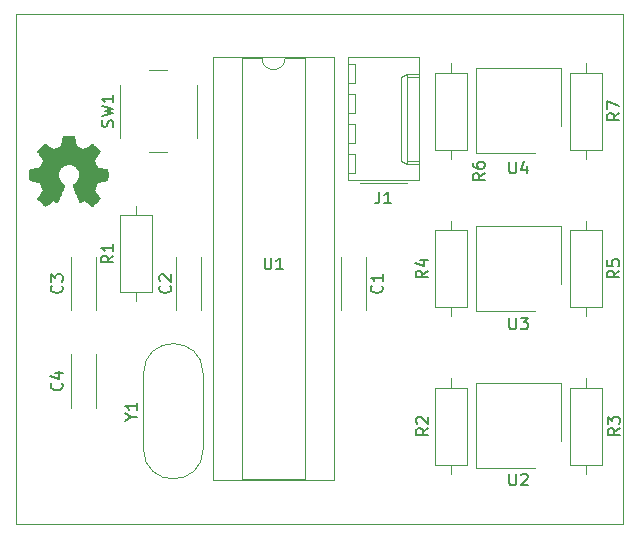
<source format=gbr>
%TF.GenerationSoftware,KiCad,Pcbnew,6.0.0*%
%TF.CreationDate,2022-01-08T16:14:39+01:00*%
%TF.ProjectId,line-tracking-sensor,6c696e65-2d74-4726-9163-6b696e672d73,0.1.0*%
%TF.SameCoordinates,Original*%
%TF.FileFunction,Legend,Top*%
%TF.FilePolarity,Positive*%
%FSLAX46Y46*%
G04 Gerber Fmt 4.6, Leading zero omitted, Abs format (unit mm)*
G04 Created by KiCad (PCBNEW 6.0.0) date 2022-01-08 16:14:39*
%MOMM*%
%LPD*%
G01*
G04 APERTURE LIST*
%TA.AperFunction,Profile*%
%ADD10C,0.100000*%
%TD*%
%ADD11C,0.150000*%
%ADD12C,0.120000*%
%ADD13C,0.010000*%
G04 APERTURE END LIST*
D10*
X48577500Y-69850000D02*
X100012500Y-69850000D01*
X100012500Y-69850000D02*
X100012500Y-113030000D01*
X100012500Y-113030000D02*
X48577500Y-113030000D01*
X48577500Y-113030000D02*
X48577500Y-69850000D01*
D11*
%TO.C,U2*%
X90360595Y-108799380D02*
X90360595Y-109608904D01*
X90408214Y-109704142D01*
X90455833Y-109751761D01*
X90551071Y-109799380D01*
X90741547Y-109799380D01*
X90836785Y-109751761D01*
X90884404Y-109704142D01*
X90932023Y-109608904D01*
X90932023Y-108799380D01*
X91360595Y-108894619D02*
X91408214Y-108847000D01*
X91503452Y-108799380D01*
X91741547Y-108799380D01*
X91836785Y-108847000D01*
X91884404Y-108894619D01*
X91932023Y-108989857D01*
X91932023Y-109085095D01*
X91884404Y-109227952D01*
X91312976Y-109799380D01*
X91932023Y-109799380D01*
%TO.C,Y1*%
X58363690Y-103991190D02*
X58839880Y-103991190D01*
X57839880Y-104324523D02*
X58363690Y-103991190D01*
X57839880Y-103657857D01*
X58839880Y-102800714D02*
X58839880Y-103372142D01*
X58839880Y-103086428D02*
X57839880Y-103086428D01*
X57982738Y-103181666D01*
X58077976Y-103276904D01*
X58125595Y-103372142D01*
%TO.C,U4*%
X90360595Y-82383380D02*
X90360595Y-83192904D01*
X90408214Y-83288142D01*
X90455833Y-83335761D01*
X90551071Y-83383380D01*
X90741547Y-83383380D01*
X90836785Y-83335761D01*
X90884404Y-83288142D01*
X90932023Y-83192904D01*
X90932023Y-82383380D01*
X91836785Y-82716714D02*
X91836785Y-83383380D01*
X91598690Y-82335761D02*
X91360595Y-83050047D01*
X91979642Y-83050047D01*
%TO.C,U3*%
X90360595Y-95591380D02*
X90360595Y-96400904D01*
X90408214Y-96496142D01*
X90455833Y-96543761D01*
X90551071Y-96591380D01*
X90741547Y-96591380D01*
X90836785Y-96543761D01*
X90884404Y-96496142D01*
X90932023Y-96400904D01*
X90932023Y-95591380D01*
X91312976Y-95591380D02*
X91932023Y-95591380D01*
X91598690Y-95972333D01*
X91741547Y-95972333D01*
X91836785Y-96019952D01*
X91884404Y-96067571D01*
X91932023Y-96162809D01*
X91932023Y-96400904D01*
X91884404Y-96496142D01*
X91836785Y-96543761D01*
X91741547Y-96591380D01*
X91455833Y-96591380D01*
X91360595Y-96543761D01*
X91312976Y-96496142D01*
%TO.C,U1*%
X69635595Y-90511380D02*
X69635595Y-91320904D01*
X69683214Y-91416142D01*
X69730833Y-91463761D01*
X69826071Y-91511380D01*
X70016547Y-91511380D01*
X70111785Y-91463761D01*
X70159404Y-91416142D01*
X70207023Y-91320904D01*
X70207023Y-90511380D01*
X71207023Y-91511380D02*
X70635595Y-91511380D01*
X70921309Y-91511380D02*
X70921309Y-90511380D01*
X70826071Y-90654238D01*
X70730833Y-90749476D01*
X70635595Y-90797095D01*
%TO.C,SW1*%
X56797261Y-79438333D02*
X56844880Y-79295476D01*
X56844880Y-79057380D01*
X56797261Y-78962142D01*
X56749642Y-78914523D01*
X56654404Y-78866904D01*
X56559166Y-78866904D01*
X56463928Y-78914523D01*
X56416309Y-78962142D01*
X56368690Y-79057380D01*
X56321071Y-79247857D01*
X56273452Y-79343095D01*
X56225833Y-79390714D01*
X56130595Y-79438333D01*
X56035357Y-79438333D01*
X55940119Y-79390714D01*
X55892500Y-79343095D01*
X55844880Y-79247857D01*
X55844880Y-79009761D01*
X55892500Y-78866904D01*
X55844880Y-78533571D02*
X56844880Y-78295476D01*
X56130595Y-78105000D01*
X56844880Y-77914523D01*
X55844880Y-77676428D01*
X56844880Y-76771666D02*
X56844880Y-77343095D01*
X56844880Y-77057380D02*
X55844880Y-77057380D01*
X55987738Y-77152619D01*
X56082976Y-77247857D01*
X56130595Y-77343095D01*
%TO.C,R7*%
X99659880Y-78271666D02*
X99183690Y-78605000D01*
X99659880Y-78843095D02*
X98659880Y-78843095D01*
X98659880Y-78462142D01*
X98707500Y-78366904D01*
X98755119Y-78319285D01*
X98850357Y-78271666D01*
X98993214Y-78271666D01*
X99088452Y-78319285D01*
X99136071Y-78366904D01*
X99183690Y-78462142D01*
X99183690Y-78843095D01*
X98659880Y-77938333D02*
X98659880Y-77271666D01*
X99659880Y-77700238D01*
%TO.C,R6*%
X88272880Y-83351666D02*
X87796690Y-83685000D01*
X88272880Y-83923095D02*
X87272880Y-83923095D01*
X87272880Y-83542142D01*
X87320500Y-83446904D01*
X87368119Y-83399285D01*
X87463357Y-83351666D01*
X87606214Y-83351666D01*
X87701452Y-83399285D01*
X87749071Y-83446904D01*
X87796690Y-83542142D01*
X87796690Y-83923095D01*
X87272880Y-82494523D02*
X87272880Y-82685000D01*
X87320500Y-82780238D01*
X87368119Y-82827857D01*
X87510976Y-82923095D01*
X87701452Y-82970714D01*
X88082404Y-82970714D01*
X88177642Y-82923095D01*
X88225261Y-82875476D01*
X88272880Y-82780238D01*
X88272880Y-82589761D01*
X88225261Y-82494523D01*
X88177642Y-82446904D01*
X88082404Y-82399285D01*
X87844309Y-82399285D01*
X87749071Y-82446904D01*
X87701452Y-82494523D01*
X87653833Y-82589761D01*
X87653833Y-82780238D01*
X87701452Y-82875476D01*
X87749071Y-82923095D01*
X87844309Y-82970714D01*
%TO.C,R5*%
X99659880Y-91606666D02*
X99183690Y-91940000D01*
X99659880Y-92178095D02*
X98659880Y-92178095D01*
X98659880Y-91797142D01*
X98707500Y-91701904D01*
X98755119Y-91654285D01*
X98850357Y-91606666D01*
X98993214Y-91606666D01*
X99088452Y-91654285D01*
X99136071Y-91701904D01*
X99183690Y-91797142D01*
X99183690Y-92178095D01*
X98659880Y-90701904D02*
X98659880Y-91178095D01*
X99136071Y-91225714D01*
X99088452Y-91178095D01*
X99040833Y-91082857D01*
X99040833Y-90844761D01*
X99088452Y-90749523D01*
X99136071Y-90701904D01*
X99231309Y-90654285D01*
X99469404Y-90654285D01*
X99564642Y-90701904D01*
X99612261Y-90749523D01*
X99659880Y-90844761D01*
X99659880Y-91082857D01*
X99612261Y-91178095D01*
X99564642Y-91225714D01*
%TO.C,R4*%
X83446880Y-91606666D02*
X82970690Y-91940000D01*
X83446880Y-92178095D02*
X82446880Y-92178095D01*
X82446880Y-91797142D01*
X82494500Y-91701904D01*
X82542119Y-91654285D01*
X82637357Y-91606666D01*
X82780214Y-91606666D01*
X82875452Y-91654285D01*
X82923071Y-91701904D01*
X82970690Y-91797142D01*
X82970690Y-92178095D01*
X82780214Y-90749523D02*
X83446880Y-90749523D01*
X82399261Y-90987619D02*
X83113547Y-91225714D01*
X83113547Y-90606666D01*
%TO.C,R3*%
X99702880Y-104941666D02*
X99226690Y-105275000D01*
X99702880Y-105513095D02*
X98702880Y-105513095D01*
X98702880Y-105132142D01*
X98750500Y-105036904D01*
X98798119Y-104989285D01*
X98893357Y-104941666D01*
X99036214Y-104941666D01*
X99131452Y-104989285D01*
X99179071Y-105036904D01*
X99226690Y-105132142D01*
X99226690Y-105513095D01*
X98702880Y-104608333D02*
X98702880Y-103989285D01*
X99083833Y-104322619D01*
X99083833Y-104179761D01*
X99131452Y-104084523D01*
X99179071Y-104036904D01*
X99274309Y-103989285D01*
X99512404Y-103989285D01*
X99607642Y-104036904D01*
X99655261Y-104084523D01*
X99702880Y-104179761D01*
X99702880Y-104465476D01*
X99655261Y-104560714D01*
X99607642Y-104608333D01*
%TO.C,R2*%
X83489880Y-104941666D02*
X83013690Y-105275000D01*
X83489880Y-105513095D02*
X82489880Y-105513095D01*
X82489880Y-105132142D01*
X82537500Y-105036904D01*
X82585119Y-104989285D01*
X82680357Y-104941666D01*
X82823214Y-104941666D01*
X82918452Y-104989285D01*
X82966071Y-105036904D01*
X83013690Y-105132142D01*
X83013690Y-105513095D01*
X82585119Y-104560714D02*
X82537500Y-104513095D01*
X82489880Y-104417857D01*
X82489880Y-104179761D01*
X82537500Y-104084523D01*
X82585119Y-104036904D01*
X82680357Y-103989285D01*
X82775595Y-103989285D01*
X82918452Y-104036904D01*
X83489880Y-104608333D01*
X83489880Y-103989285D01*
%TO.C,R1*%
X56819880Y-90336666D02*
X56343690Y-90670000D01*
X56819880Y-90908095D02*
X55819880Y-90908095D01*
X55819880Y-90527142D01*
X55867500Y-90431904D01*
X55915119Y-90384285D01*
X56010357Y-90336666D01*
X56153214Y-90336666D01*
X56248452Y-90384285D01*
X56296071Y-90431904D01*
X56343690Y-90527142D01*
X56343690Y-90908095D01*
X56819880Y-89384285D02*
X56819880Y-89955714D01*
X56819880Y-89670000D02*
X55819880Y-89670000D01*
X55962738Y-89765238D01*
X56057976Y-89860476D01*
X56105595Y-89955714D01*
%TO.C,J1*%
X79359166Y-84923380D02*
X79359166Y-85637666D01*
X79311547Y-85780523D01*
X79216309Y-85875761D01*
X79073452Y-85923380D01*
X78978214Y-85923380D01*
X80359166Y-85923380D02*
X79787738Y-85923380D01*
X80073452Y-85923380D02*
X80073452Y-84923380D01*
X79978214Y-85066238D01*
X79882976Y-85161476D01*
X79787738Y-85209095D01*
%TO.C,C4*%
X52449642Y-101131666D02*
X52497261Y-101179285D01*
X52544880Y-101322142D01*
X52544880Y-101417380D01*
X52497261Y-101560238D01*
X52402023Y-101655476D01*
X52306785Y-101703095D01*
X52116309Y-101750714D01*
X51973452Y-101750714D01*
X51782976Y-101703095D01*
X51687738Y-101655476D01*
X51592500Y-101560238D01*
X51544880Y-101417380D01*
X51544880Y-101322142D01*
X51592500Y-101179285D01*
X51640119Y-101131666D01*
X51878214Y-100274523D02*
X52544880Y-100274523D01*
X51497261Y-100512619D02*
X52211547Y-100750714D01*
X52211547Y-100131666D01*
%TO.C,C3*%
X52449642Y-92876666D02*
X52497261Y-92924285D01*
X52544880Y-93067142D01*
X52544880Y-93162380D01*
X52497261Y-93305238D01*
X52402023Y-93400476D01*
X52306785Y-93448095D01*
X52116309Y-93495714D01*
X51973452Y-93495714D01*
X51782976Y-93448095D01*
X51687738Y-93400476D01*
X51592500Y-93305238D01*
X51544880Y-93162380D01*
X51544880Y-93067142D01*
X51592500Y-92924285D01*
X51640119Y-92876666D01*
X51544880Y-92543333D02*
X51544880Y-91924285D01*
X51925833Y-92257619D01*
X51925833Y-92114761D01*
X51973452Y-92019523D01*
X52021071Y-91971904D01*
X52116309Y-91924285D01*
X52354404Y-91924285D01*
X52449642Y-91971904D01*
X52497261Y-92019523D01*
X52544880Y-92114761D01*
X52544880Y-92400476D01*
X52497261Y-92495714D01*
X52449642Y-92543333D01*
%TO.C,C2*%
X61634642Y-92876666D02*
X61682261Y-92924285D01*
X61729880Y-93067142D01*
X61729880Y-93162380D01*
X61682261Y-93305238D01*
X61587023Y-93400476D01*
X61491785Y-93448095D01*
X61301309Y-93495714D01*
X61158452Y-93495714D01*
X60967976Y-93448095D01*
X60872738Y-93400476D01*
X60777500Y-93305238D01*
X60729880Y-93162380D01*
X60729880Y-93067142D01*
X60777500Y-92924285D01*
X60825119Y-92876666D01*
X60825119Y-92495714D02*
X60777500Y-92448095D01*
X60729880Y-92352857D01*
X60729880Y-92114761D01*
X60777500Y-92019523D01*
X60825119Y-91971904D01*
X60920357Y-91924285D01*
X61015595Y-91924285D01*
X61158452Y-91971904D01*
X61729880Y-92543333D01*
X61729880Y-91924285D01*
%TO.C,C1*%
X79541642Y-92876666D02*
X79589261Y-92924285D01*
X79636880Y-93067142D01*
X79636880Y-93162380D01*
X79589261Y-93305238D01*
X79494023Y-93400476D01*
X79398785Y-93448095D01*
X79208309Y-93495714D01*
X79065452Y-93495714D01*
X78874976Y-93448095D01*
X78779738Y-93400476D01*
X78684500Y-93305238D01*
X78636880Y-93162380D01*
X78636880Y-93067142D01*
X78684500Y-92924285D01*
X78732119Y-92876666D01*
X79636880Y-91924285D02*
X79636880Y-92495714D01*
X79636880Y-92210000D02*
X78636880Y-92210000D01*
X78779738Y-92305238D01*
X78874976Y-92400476D01*
X78922595Y-92495714D01*
D12*
%TO.C,U2*%
X87522500Y-101145000D02*
X87522500Y-108345000D01*
X94722500Y-101145000D02*
X87522500Y-101145000D01*
X94722500Y-106045000D02*
X94722500Y-101145000D01*
X87522500Y-108345000D02*
X92522500Y-108345000D01*
D13*
%TO.C,REF2*%
X53578314Y-80653931D02*
X53662135Y-81098555D01*
X53662135Y-81098555D02*
X53971420Y-81226053D01*
X53971420Y-81226053D02*
X54280706Y-81353551D01*
X54280706Y-81353551D02*
X54651746Y-81101246D01*
X54651746Y-81101246D02*
X54755657Y-81030996D01*
X54755657Y-81030996D02*
X54849587Y-80968272D01*
X54849587Y-80968272D02*
X54929152Y-80915938D01*
X54929152Y-80915938D02*
X54989970Y-80876857D01*
X54989970Y-80876857D02*
X55027657Y-80853893D01*
X55027657Y-80853893D02*
X55037921Y-80848942D01*
X55037921Y-80848942D02*
X55056410Y-80861676D01*
X55056410Y-80861676D02*
X55095920Y-80896882D01*
X55095920Y-80896882D02*
X55152022Y-80950062D01*
X55152022Y-80950062D02*
X55220287Y-81016718D01*
X55220287Y-81016718D02*
X55296286Y-81092354D01*
X55296286Y-81092354D02*
X55375592Y-81172472D01*
X55375592Y-81172472D02*
X55453775Y-81252574D01*
X55453775Y-81252574D02*
X55526407Y-81328164D01*
X55526407Y-81328164D02*
X55589059Y-81394745D01*
X55589059Y-81394745D02*
X55637303Y-81447818D01*
X55637303Y-81447818D02*
X55666710Y-81482887D01*
X55666710Y-81482887D02*
X55673741Y-81494623D01*
X55673741Y-81494623D02*
X55663623Y-81516260D01*
X55663623Y-81516260D02*
X55635259Y-81563662D01*
X55635259Y-81563662D02*
X55591629Y-81632193D01*
X55591629Y-81632193D02*
X55535718Y-81717215D01*
X55535718Y-81717215D02*
X55470506Y-81814093D01*
X55470506Y-81814093D02*
X55432719Y-81869350D01*
X55432719Y-81869350D02*
X55363843Y-81970248D01*
X55363843Y-81970248D02*
X55302640Y-82061299D01*
X55302640Y-82061299D02*
X55252078Y-82137970D01*
X55252078Y-82137970D02*
X55215128Y-82195728D01*
X55215128Y-82195728D02*
X55194758Y-82230043D01*
X55194758Y-82230043D02*
X55191697Y-82237254D01*
X55191697Y-82237254D02*
X55198636Y-82257748D01*
X55198636Y-82257748D02*
X55217551Y-82305513D01*
X55217551Y-82305513D02*
X55245587Y-82373832D01*
X55245587Y-82373832D02*
X55279891Y-82455989D01*
X55279891Y-82455989D02*
X55317609Y-82545270D01*
X55317609Y-82545270D02*
X55355887Y-82634958D01*
X55355887Y-82634958D02*
X55391870Y-82718338D01*
X55391870Y-82718338D02*
X55422706Y-82788694D01*
X55422706Y-82788694D02*
X55445539Y-82839310D01*
X55445539Y-82839310D02*
X55457517Y-82863471D01*
X55457517Y-82863471D02*
X55458224Y-82864422D01*
X55458224Y-82864422D02*
X55477031Y-82869036D01*
X55477031Y-82869036D02*
X55527118Y-82879328D01*
X55527118Y-82879328D02*
X55603293Y-82894287D01*
X55603293Y-82894287D02*
X55700365Y-82912901D01*
X55700365Y-82912901D02*
X55813143Y-82934159D01*
X55813143Y-82934159D02*
X55878942Y-82946418D01*
X55878942Y-82946418D02*
X55999450Y-82969362D01*
X55999450Y-82969362D02*
X56108297Y-82991195D01*
X56108297Y-82991195D02*
X56199976Y-83010722D01*
X56199976Y-83010722D02*
X56268981Y-83026748D01*
X56268981Y-83026748D02*
X56309804Y-83038079D01*
X56309804Y-83038079D02*
X56318011Y-83041674D01*
X56318011Y-83041674D02*
X56326048Y-83066006D01*
X56326048Y-83066006D02*
X56332533Y-83120959D01*
X56332533Y-83120959D02*
X56337470Y-83200108D01*
X56337470Y-83200108D02*
X56340864Y-83297026D01*
X56340864Y-83297026D02*
X56342718Y-83405287D01*
X56342718Y-83405287D02*
X56343038Y-83518465D01*
X56343038Y-83518465D02*
X56341827Y-83630135D01*
X56341827Y-83630135D02*
X56339090Y-83733868D01*
X56339090Y-83733868D02*
X56334831Y-83823241D01*
X56334831Y-83823241D02*
X56329055Y-83891826D01*
X56329055Y-83891826D02*
X56321767Y-83933197D01*
X56321767Y-83933197D02*
X56317395Y-83941810D01*
X56317395Y-83941810D02*
X56291264Y-83952133D01*
X56291264Y-83952133D02*
X56235893Y-83966892D01*
X56235893Y-83966892D02*
X56158607Y-83984352D01*
X56158607Y-83984352D02*
X56066730Y-84002780D01*
X56066730Y-84002780D02*
X56034658Y-84008741D01*
X56034658Y-84008741D02*
X55880024Y-84037066D01*
X55880024Y-84037066D02*
X55757875Y-84059876D01*
X55757875Y-84059876D02*
X55664173Y-84078080D01*
X55664173Y-84078080D02*
X55594884Y-84092583D01*
X55594884Y-84092583D02*
X55545971Y-84104292D01*
X55545971Y-84104292D02*
X55513397Y-84114115D01*
X55513397Y-84114115D02*
X55493128Y-84122956D01*
X55493128Y-84122956D02*
X55481126Y-84131724D01*
X55481126Y-84131724D02*
X55479447Y-84133457D01*
X55479447Y-84133457D02*
X55462684Y-84161371D01*
X55462684Y-84161371D02*
X55437114Y-84215695D01*
X55437114Y-84215695D02*
X55405288Y-84289777D01*
X55405288Y-84289777D02*
X55369760Y-84376965D01*
X55369760Y-84376965D02*
X55333083Y-84470608D01*
X55333083Y-84470608D02*
X55297811Y-84564052D01*
X55297811Y-84564052D02*
X55266496Y-84650647D01*
X55266496Y-84650647D02*
X55241693Y-84723740D01*
X55241693Y-84723740D02*
X55225954Y-84776678D01*
X55225954Y-84776678D02*
X55221832Y-84802811D01*
X55221832Y-84802811D02*
X55222176Y-84803726D01*
X55222176Y-84803726D02*
X55236141Y-84825086D01*
X55236141Y-84825086D02*
X55267822Y-84872084D01*
X55267822Y-84872084D02*
X55313891Y-84939827D01*
X55313891Y-84939827D02*
X55371018Y-85023423D01*
X55371018Y-85023423D02*
X55435873Y-85117982D01*
X55435873Y-85117982D02*
X55454343Y-85144854D01*
X55454343Y-85144854D02*
X55520199Y-85242275D01*
X55520199Y-85242275D02*
X55578150Y-85331163D01*
X55578150Y-85331163D02*
X55625038Y-85406412D01*
X55625038Y-85406412D02*
X55657707Y-85462920D01*
X55657707Y-85462920D02*
X55673000Y-85495581D01*
X55673000Y-85495581D02*
X55673741Y-85499593D01*
X55673741Y-85499593D02*
X55660892Y-85520684D01*
X55660892Y-85520684D02*
X55625388Y-85562464D01*
X55625388Y-85562464D02*
X55571793Y-85620445D01*
X55571793Y-85620445D02*
X55504671Y-85690135D01*
X55504671Y-85690135D02*
X55428587Y-85767045D01*
X55428587Y-85767045D02*
X55348104Y-85846683D01*
X55348104Y-85846683D02*
X55267787Y-85924561D01*
X55267787Y-85924561D02*
X55192199Y-85996186D01*
X55192199Y-85996186D02*
X55125905Y-86057070D01*
X55125905Y-86057070D02*
X55073469Y-86102721D01*
X55073469Y-86102721D02*
X55039455Y-86128650D01*
X55039455Y-86128650D02*
X55030045Y-86132883D01*
X55030045Y-86132883D02*
X55008143Y-86122912D01*
X55008143Y-86122912D02*
X54963300Y-86096020D01*
X54963300Y-86096020D02*
X54902821Y-86056736D01*
X54902821Y-86056736D02*
X54856289Y-86025117D01*
X54856289Y-86025117D02*
X54771975Y-85967098D01*
X54771975Y-85967098D02*
X54672126Y-85898784D01*
X54672126Y-85898784D02*
X54571973Y-85830579D01*
X54571973Y-85830579D02*
X54518127Y-85794075D01*
X54518127Y-85794075D02*
X54335871Y-85670800D01*
X54335871Y-85670800D02*
X54182881Y-85753520D01*
X54182881Y-85753520D02*
X54113182Y-85789759D01*
X54113182Y-85789759D02*
X54053914Y-85817926D01*
X54053914Y-85817926D02*
X54013811Y-85833991D01*
X54013811Y-85833991D02*
X54003603Y-85836226D01*
X54003603Y-85836226D02*
X53991329Y-85819722D01*
X53991329Y-85819722D02*
X53967113Y-85773082D01*
X53967113Y-85773082D02*
X53932763Y-85700609D01*
X53932763Y-85700609D02*
X53890088Y-85606606D01*
X53890088Y-85606606D02*
X53840894Y-85495374D01*
X53840894Y-85495374D02*
X53786990Y-85371215D01*
X53786990Y-85371215D02*
X53730184Y-85238432D01*
X53730184Y-85238432D02*
X53672282Y-85101327D01*
X53672282Y-85101327D02*
X53615093Y-84964202D01*
X53615093Y-84964202D02*
X53560424Y-84831358D01*
X53560424Y-84831358D02*
X53510084Y-84707098D01*
X53510084Y-84707098D02*
X53465880Y-84595725D01*
X53465880Y-84595725D02*
X53429619Y-84501539D01*
X53429619Y-84501539D02*
X53403109Y-84428844D01*
X53403109Y-84428844D02*
X53388158Y-84381941D01*
X53388158Y-84381941D02*
X53385754Y-84365833D01*
X53385754Y-84365833D02*
X53404811Y-84345286D01*
X53404811Y-84345286D02*
X53446536Y-84311933D01*
X53446536Y-84311933D02*
X53502206Y-84272702D01*
X53502206Y-84272702D02*
X53506878Y-84269599D01*
X53506878Y-84269599D02*
X53650764Y-84154423D01*
X53650764Y-84154423D02*
X53766783Y-84020053D01*
X53766783Y-84020053D02*
X53853930Y-83870784D01*
X53853930Y-83870784D02*
X53911199Y-83710913D01*
X53911199Y-83710913D02*
X53937586Y-83544737D01*
X53937586Y-83544737D02*
X53932085Y-83376552D01*
X53932085Y-83376552D02*
X53893690Y-83210655D01*
X53893690Y-83210655D02*
X53821395Y-83051342D01*
X53821395Y-83051342D02*
X53800126Y-83016487D01*
X53800126Y-83016487D02*
X53689496Y-82875737D01*
X53689496Y-82875737D02*
X53558802Y-82762714D01*
X53558802Y-82762714D02*
X53412564Y-82678003D01*
X53412564Y-82678003D02*
X53255308Y-82622194D01*
X53255308Y-82622194D02*
X53091557Y-82595874D01*
X53091557Y-82595874D02*
X52925833Y-82599630D01*
X52925833Y-82599630D02*
X52762662Y-82634050D01*
X52762662Y-82634050D02*
X52606565Y-82699723D01*
X52606565Y-82699723D02*
X52462067Y-82797235D01*
X52462067Y-82797235D02*
X52417369Y-82836813D01*
X52417369Y-82836813D02*
X52303612Y-82960703D01*
X52303612Y-82960703D02*
X52220718Y-83091124D01*
X52220718Y-83091124D02*
X52163856Y-83237315D01*
X52163856Y-83237315D02*
X52132187Y-83382088D01*
X52132187Y-83382088D02*
X52124369Y-83544860D01*
X52124369Y-83544860D02*
X52150438Y-83708440D01*
X52150438Y-83708440D02*
X52207745Y-83867298D01*
X52207745Y-83867298D02*
X52293644Y-84015906D01*
X52293644Y-84015906D02*
X52405486Y-84148735D01*
X52405486Y-84148735D02*
X52540623Y-84260256D01*
X52540623Y-84260256D02*
X52558383Y-84272011D01*
X52558383Y-84272011D02*
X52614650Y-84310508D01*
X52614650Y-84310508D02*
X52657423Y-84343863D01*
X52657423Y-84343863D02*
X52677872Y-84365160D01*
X52677872Y-84365160D02*
X52678169Y-84365833D01*
X52678169Y-84365833D02*
X52673779Y-84388871D01*
X52673779Y-84388871D02*
X52656376Y-84441157D01*
X52656376Y-84441157D02*
X52627768Y-84518390D01*
X52627768Y-84518390D02*
X52589765Y-84616268D01*
X52589765Y-84616268D02*
X52544174Y-84730491D01*
X52544174Y-84730491D02*
X52492803Y-84856758D01*
X52492803Y-84856758D02*
X52437462Y-84990767D01*
X52437462Y-84990767D02*
X52379958Y-85128218D01*
X52379958Y-85128218D02*
X52322101Y-85264808D01*
X52322101Y-85264808D02*
X52265698Y-85396237D01*
X52265698Y-85396237D02*
X52212558Y-85518205D01*
X52212558Y-85518205D02*
X52164490Y-85626409D01*
X52164490Y-85626409D02*
X52123301Y-85716549D01*
X52123301Y-85716549D02*
X52090801Y-85784323D01*
X52090801Y-85784323D02*
X52068797Y-85825430D01*
X52068797Y-85825430D02*
X52059936Y-85836226D01*
X52059936Y-85836226D02*
X52032860Y-85827819D01*
X52032860Y-85827819D02*
X51982197Y-85805272D01*
X51982197Y-85805272D02*
X51916683Y-85772613D01*
X51916683Y-85772613D02*
X51880659Y-85753520D01*
X51880659Y-85753520D02*
X51727668Y-85670800D01*
X51727668Y-85670800D02*
X51545412Y-85794075D01*
X51545412Y-85794075D02*
X51452375Y-85857228D01*
X51452375Y-85857228D02*
X51350515Y-85926727D01*
X51350515Y-85926727D02*
X51255062Y-85992165D01*
X51255062Y-85992165D02*
X51207250Y-86025117D01*
X51207250Y-86025117D02*
X51140005Y-86070273D01*
X51140005Y-86070273D02*
X51083064Y-86106057D01*
X51083064Y-86106057D02*
X51043854Y-86127938D01*
X51043854Y-86127938D02*
X51031119Y-86132563D01*
X51031119Y-86132563D02*
X51012583Y-86120085D01*
X51012583Y-86120085D02*
X50971559Y-86085252D01*
X50971559Y-86085252D02*
X50912025Y-86031678D01*
X50912025Y-86031678D02*
X50837958Y-85962983D01*
X50837958Y-85962983D02*
X50753335Y-85882781D01*
X50753335Y-85882781D02*
X50699815Y-85831286D01*
X50699815Y-85831286D02*
X50606181Y-85739286D01*
X50606181Y-85739286D02*
X50525259Y-85656999D01*
X50525259Y-85656999D02*
X50460323Y-85587945D01*
X50460323Y-85587945D02*
X50414642Y-85535644D01*
X50414642Y-85535644D02*
X50391489Y-85503616D01*
X50391489Y-85503616D02*
X50389268Y-85497116D01*
X50389268Y-85497116D02*
X50399576Y-85472394D01*
X50399576Y-85472394D02*
X50428061Y-85422405D01*
X50428061Y-85422405D02*
X50471563Y-85352212D01*
X50471563Y-85352212D02*
X50526923Y-85266875D01*
X50526923Y-85266875D02*
X50590980Y-85171456D01*
X50590980Y-85171456D02*
X50609197Y-85144854D01*
X50609197Y-85144854D02*
X50675573Y-85048167D01*
X50675573Y-85048167D02*
X50735122Y-84961117D01*
X50735122Y-84961117D02*
X50784516Y-84888595D01*
X50784516Y-84888595D02*
X50820425Y-84835493D01*
X50820425Y-84835493D02*
X50839519Y-84806703D01*
X50839519Y-84806703D02*
X50841364Y-84803726D01*
X50841364Y-84803726D02*
X50838605Y-84780782D01*
X50838605Y-84780782D02*
X50823962Y-84730336D01*
X50823962Y-84730336D02*
X50799987Y-84659041D01*
X50799987Y-84659041D02*
X50769234Y-84573547D01*
X50769234Y-84573547D02*
X50734256Y-84480507D01*
X50734256Y-84480507D02*
X50697607Y-84386574D01*
X50697607Y-84386574D02*
X50661839Y-84298399D01*
X50661839Y-84298399D02*
X50629506Y-84222634D01*
X50629506Y-84222634D02*
X50603162Y-84165931D01*
X50603162Y-84165931D02*
X50585358Y-84134943D01*
X50585358Y-84134943D02*
X50584093Y-84133457D01*
X50584093Y-84133457D02*
X50573206Y-84124601D01*
X50573206Y-84124601D02*
X50554818Y-84115843D01*
X50554818Y-84115843D02*
X50524894Y-84106277D01*
X50524894Y-84106277D02*
X50479397Y-84094996D01*
X50479397Y-84094996D02*
X50414291Y-84081093D01*
X50414291Y-84081093D02*
X50325539Y-84063663D01*
X50325539Y-84063663D02*
X50209107Y-84041798D01*
X50209107Y-84041798D02*
X50060958Y-84014591D01*
X50060958Y-84014591D02*
X50028882Y-84008741D01*
X50028882Y-84008741D02*
X49933814Y-83990374D01*
X49933814Y-83990374D02*
X49850935Y-83972405D01*
X49850935Y-83972405D02*
X49787570Y-83956569D01*
X49787570Y-83956569D02*
X49751042Y-83944600D01*
X49751042Y-83944600D02*
X49746144Y-83941810D01*
X49746144Y-83941810D02*
X49738073Y-83917072D01*
X49738073Y-83917072D02*
X49731513Y-83861790D01*
X49731513Y-83861790D02*
X49726467Y-83782389D01*
X49726467Y-83782389D02*
X49722941Y-83685296D01*
X49722941Y-83685296D02*
X49720939Y-83576938D01*
X49720939Y-83576938D02*
X49720464Y-83463740D01*
X49720464Y-83463740D02*
X49721523Y-83352128D01*
X49721523Y-83352128D02*
X49724118Y-83248529D01*
X49724118Y-83248529D02*
X49728254Y-83159368D01*
X49728254Y-83159368D02*
X49733937Y-83091072D01*
X49733937Y-83091072D02*
X49741169Y-83050066D01*
X49741169Y-83050066D02*
X49745529Y-83041674D01*
X49745529Y-83041674D02*
X49769802Y-83033208D01*
X49769802Y-83033208D02*
X49825074Y-83019435D01*
X49825074Y-83019435D02*
X49905838Y-83001550D01*
X49905838Y-83001550D02*
X50006588Y-82980748D01*
X50006588Y-82980748D02*
X50121817Y-82958223D01*
X50121817Y-82958223D02*
X50184598Y-82946418D01*
X50184598Y-82946418D02*
X50303713Y-82924151D01*
X50303713Y-82924151D02*
X50409935Y-82903979D01*
X50409935Y-82903979D02*
X50498073Y-82886915D01*
X50498073Y-82886915D02*
X50562934Y-82873969D01*
X50562934Y-82873969D02*
X50599326Y-82866155D01*
X50599326Y-82866155D02*
X50605316Y-82864422D01*
X50605316Y-82864422D02*
X50615439Y-82844890D01*
X50615439Y-82844890D02*
X50636838Y-82797843D01*
X50636838Y-82797843D02*
X50666661Y-82730003D01*
X50666661Y-82730003D02*
X50702055Y-82648091D01*
X50702055Y-82648091D02*
X50740168Y-82558828D01*
X50740168Y-82558828D02*
X50778147Y-82468935D01*
X50778147Y-82468935D02*
X50813140Y-82385135D01*
X50813140Y-82385135D02*
X50842294Y-82314147D01*
X50842294Y-82314147D02*
X50862757Y-82262694D01*
X50862757Y-82262694D02*
X50871677Y-82237497D01*
X50871677Y-82237497D02*
X50871843Y-82236396D01*
X50871843Y-82236396D02*
X50861731Y-82216519D01*
X50861731Y-82216519D02*
X50833383Y-82170777D01*
X50833383Y-82170777D02*
X50789777Y-82103717D01*
X50789777Y-82103717D02*
X50733894Y-82019884D01*
X50733894Y-82019884D02*
X50668713Y-81923826D01*
X50668713Y-81923826D02*
X50630821Y-81868650D01*
X50630821Y-81868650D02*
X50561775Y-81767481D01*
X50561775Y-81767481D02*
X50500450Y-81675630D01*
X50500450Y-81675630D02*
X50449837Y-81597744D01*
X50449837Y-81597744D02*
X50412929Y-81538469D01*
X50412929Y-81538469D02*
X50392718Y-81502451D01*
X50392718Y-81502451D02*
X50389799Y-81494377D01*
X50389799Y-81494377D02*
X50402347Y-81475584D01*
X50402347Y-81475584D02*
X50437037Y-81435457D01*
X50437037Y-81435457D02*
X50489437Y-81378493D01*
X50489437Y-81378493D02*
X50555116Y-81309185D01*
X50555116Y-81309185D02*
X50629644Y-81232031D01*
X50629644Y-81232031D02*
X50708587Y-81151525D01*
X50708587Y-81151525D02*
X50787517Y-81072163D01*
X50787517Y-81072163D02*
X50862000Y-80998440D01*
X50862000Y-80998440D02*
X50927606Y-80934852D01*
X50927606Y-80934852D02*
X50979904Y-80885894D01*
X50979904Y-80885894D02*
X51014461Y-80856061D01*
X51014461Y-80856061D02*
X51026022Y-80848942D01*
X51026022Y-80848942D02*
X51044846Y-80858953D01*
X51044846Y-80858953D02*
X51089869Y-80887078D01*
X51089869Y-80887078D02*
X51156713Y-80930454D01*
X51156713Y-80930454D02*
X51241001Y-80986218D01*
X51241001Y-80986218D02*
X51338356Y-81051506D01*
X51338356Y-81051506D02*
X51411793Y-81101246D01*
X51411793Y-81101246D02*
X51782833Y-81353551D01*
X51782833Y-81353551D02*
X52401405Y-81098555D01*
X52401405Y-81098555D02*
X52485225Y-80653931D01*
X52485225Y-80653931D02*
X52569046Y-80209307D01*
X52569046Y-80209307D02*
X53494494Y-80209307D01*
X53494494Y-80209307D02*
X53578314Y-80653931D01*
X53578314Y-80653931D02*
X53578314Y-80653931D01*
G36*
X53578314Y-80653931D02*
G01*
X53662135Y-81098555D01*
X53971420Y-81226053D01*
X54280706Y-81353551D01*
X54651746Y-81101246D01*
X54755657Y-81030996D01*
X54849587Y-80968272D01*
X54929152Y-80915938D01*
X54989970Y-80876857D01*
X55027657Y-80853893D01*
X55037921Y-80848942D01*
X55056410Y-80861676D01*
X55095920Y-80896882D01*
X55152022Y-80950062D01*
X55220287Y-81016718D01*
X55296286Y-81092354D01*
X55375592Y-81172472D01*
X55453775Y-81252574D01*
X55526407Y-81328164D01*
X55589059Y-81394745D01*
X55637303Y-81447818D01*
X55666710Y-81482887D01*
X55673741Y-81494623D01*
X55663623Y-81516260D01*
X55635259Y-81563662D01*
X55591629Y-81632193D01*
X55535718Y-81717215D01*
X55470506Y-81814093D01*
X55432719Y-81869350D01*
X55363843Y-81970248D01*
X55302640Y-82061299D01*
X55252078Y-82137970D01*
X55215128Y-82195728D01*
X55194758Y-82230043D01*
X55191697Y-82237254D01*
X55198636Y-82257748D01*
X55217551Y-82305513D01*
X55245587Y-82373832D01*
X55279891Y-82455989D01*
X55317609Y-82545270D01*
X55355887Y-82634958D01*
X55391870Y-82718338D01*
X55422706Y-82788694D01*
X55445539Y-82839310D01*
X55457517Y-82863471D01*
X55458224Y-82864422D01*
X55477031Y-82869036D01*
X55527118Y-82879328D01*
X55603293Y-82894287D01*
X55700365Y-82912901D01*
X55813143Y-82934159D01*
X55878942Y-82946418D01*
X55999450Y-82969362D01*
X56108297Y-82991195D01*
X56199976Y-83010722D01*
X56268981Y-83026748D01*
X56309804Y-83038079D01*
X56318011Y-83041674D01*
X56326048Y-83066006D01*
X56332533Y-83120959D01*
X56337470Y-83200108D01*
X56340864Y-83297026D01*
X56342718Y-83405287D01*
X56343038Y-83518465D01*
X56341827Y-83630135D01*
X56339090Y-83733868D01*
X56334831Y-83823241D01*
X56329055Y-83891826D01*
X56321767Y-83933197D01*
X56317395Y-83941810D01*
X56291264Y-83952133D01*
X56235893Y-83966892D01*
X56158607Y-83984352D01*
X56066730Y-84002780D01*
X56034658Y-84008741D01*
X55880024Y-84037066D01*
X55757875Y-84059876D01*
X55664173Y-84078080D01*
X55594884Y-84092583D01*
X55545971Y-84104292D01*
X55513397Y-84114115D01*
X55493128Y-84122956D01*
X55481126Y-84131724D01*
X55479447Y-84133457D01*
X55462684Y-84161371D01*
X55437114Y-84215695D01*
X55405288Y-84289777D01*
X55369760Y-84376965D01*
X55333083Y-84470608D01*
X55297811Y-84564052D01*
X55266496Y-84650647D01*
X55241693Y-84723740D01*
X55225954Y-84776678D01*
X55221832Y-84802811D01*
X55222176Y-84803726D01*
X55236141Y-84825086D01*
X55267822Y-84872084D01*
X55313891Y-84939827D01*
X55371018Y-85023423D01*
X55435873Y-85117982D01*
X55454343Y-85144854D01*
X55520199Y-85242275D01*
X55578150Y-85331163D01*
X55625038Y-85406412D01*
X55657707Y-85462920D01*
X55673000Y-85495581D01*
X55673741Y-85499593D01*
X55660892Y-85520684D01*
X55625388Y-85562464D01*
X55571793Y-85620445D01*
X55504671Y-85690135D01*
X55428587Y-85767045D01*
X55348104Y-85846683D01*
X55267787Y-85924561D01*
X55192199Y-85996186D01*
X55125905Y-86057070D01*
X55073469Y-86102721D01*
X55039455Y-86128650D01*
X55030045Y-86132883D01*
X55008143Y-86122912D01*
X54963300Y-86096020D01*
X54902821Y-86056736D01*
X54856289Y-86025117D01*
X54771975Y-85967098D01*
X54672126Y-85898784D01*
X54571973Y-85830579D01*
X54518127Y-85794075D01*
X54335871Y-85670800D01*
X54182881Y-85753520D01*
X54113182Y-85789759D01*
X54053914Y-85817926D01*
X54013811Y-85833991D01*
X54003603Y-85836226D01*
X53991329Y-85819722D01*
X53967113Y-85773082D01*
X53932763Y-85700609D01*
X53890088Y-85606606D01*
X53840894Y-85495374D01*
X53786990Y-85371215D01*
X53730184Y-85238432D01*
X53672282Y-85101327D01*
X53615093Y-84964202D01*
X53560424Y-84831358D01*
X53510084Y-84707098D01*
X53465880Y-84595725D01*
X53429619Y-84501539D01*
X53403109Y-84428844D01*
X53388158Y-84381941D01*
X53385754Y-84365833D01*
X53404811Y-84345286D01*
X53446536Y-84311933D01*
X53502206Y-84272702D01*
X53506878Y-84269599D01*
X53650764Y-84154423D01*
X53766783Y-84020053D01*
X53853930Y-83870784D01*
X53911199Y-83710913D01*
X53937586Y-83544737D01*
X53932085Y-83376552D01*
X53893690Y-83210655D01*
X53821395Y-83051342D01*
X53800126Y-83016487D01*
X53689496Y-82875737D01*
X53558802Y-82762714D01*
X53412564Y-82678003D01*
X53255308Y-82622194D01*
X53091557Y-82595874D01*
X52925833Y-82599630D01*
X52762662Y-82634050D01*
X52606565Y-82699723D01*
X52462067Y-82797235D01*
X52417369Y-82836813D01*
X52303612Y-82960703D01*
X52220718Y-83091124D01*
X52163856Y-83237315D01*
X52132187Y-83382088D01*
X52124369Y-83544860D01*
X52150438Y-83708440D01*
X52207745Y-83867298D01*
X52293644Y-84015906D01*
X52405486Y-84148735D01*
X52540623Y-84260256D01*
X52558383Y-84272011D01*
X52614650Y-84310508D01*
X52657423Y-84343863D01*
X52677872Y-84365160D01*
X52678169Y-84365833D01*
X52673779Y-84388871D01*
X52656376Y-84441157D01*
X52627768Y-84518390D01*
X52589765Y-84616268D01*
X52544174Y-84730491D01*
X52492803Y-84856758D01*
X52437462Y-84990767D01*
X52379958Y-85128218D01*
X52322101Y-85264808D01*
X52265698Y-85396237D01*
X52212558Y-85518205D01*
X52164490Y-85626409D01*
X52123301Y-85716549D01*
X52090801Y-85784323D01*
X52068797Y-85825430D01*
X52059936Y-85836226D01*
X52032860Y-85827819D01*
X51982197Y-85805272D01*
X51916683Y-85772613D01*
X51880659Y-85753520D01*
X51727668Y-85670800D01*
X51545412Y-85794075D01*
X51452375Y-85857228D01*
X51350515Y-85926727D01*
X51255062Y-85992165D01*
X51207250Y-86025117D01*
X51140005Y-86070273D01*
X51083064Y-86106057D01*
X51043854Y-86127938D01*
X51031119Y-86132563D01*
X51012583Y-86120085D01*
X50971559Y-86085252D01*
X50912025Y-86031678D01*
X50837958Y-85962983D01*
X50753335Y-85882781D01*
X50699815Y-85831286D01*
X50606181Y-85739286D01*
X50525259Y-85656999D01*
X50460323Y-85587945D01*
X50414642Y-85535644D01*
X50391489Y-85503616D01*
X50389268Y-85497116D01*
X50399576Y-85472394D01*
X50428061Y-85422405D01*
X50471563Y-85352212D01*
X50526923Y-85266875D01*
X50590980Y-85171456D01*
X50609197Y-85144854D01*
X50675573Y-85048167D01*
X50735122Y-84961117D01*
X50784516Y-84888595D01*
X50820425Y-84835493D01*
X50839519Y-84806703D01*
X50841364Y-84803726D01*
X50838605Y-84780782D01*
X50823962Y-84730336D01*
X50799987Y-84659041D01*
X50769234Y-84573547D01*
X50734256Y-84480507D01*
X50697607Y-84386574D01*
X50661839Y-84298399D01*
X50629506Y-84222634D01*
X50603162Y-84165931D01*
X50585358Y-84134943D01*
X50584093Y-84133457D01*
X50573206Y-84124601D01*
X50554818Y-84115843D01*
X50524894Y-84106277D01*
X50479397Y-84094996D01*
X50414291Y-84081093D01*
X50325539Y-84063663D01*
X50209107Y-84041798D01*
X50060958Y-84014591D01*
X50028882Y-84008741D01*
X49933814Y-83990374D01*
X49850935Y-83972405D01*
X49787570Y-83956569D01*
X49751042Y-83944600D01*
X49746144Y-83941810D01*
X49738073Y-83917072D01*
X49731513Y-83861790D01*
X49726467Y-83782389D01*
X49722941Y-83685296D01*
X49720939Y-83576938D01*
X49720464Y-83463740D01*
X49721523Y-83352128D01*
X49724118Y-83248529D01*
X49728254Y-83159368D01*
X49733937Y-83091072D01*
X49741169Y-83050066D01*
X49745529Y-83041674D01*
X49769802Y-83033208D01*
X49825074Y-83019435D01*
X49905838Y-83001550D01*
X50006588Y-82980748D01*
X50121817Y-82958223D01*
X50184598Y-82946418D01*
X50303713Y-82924151D01*
X50409935Y-82903979D01*
X50498073Y-82886915D01*
X50562934Y-82873969D01*
X50599326Y-82866155D01*
X50605316Y-82864422D01*
X50615439Y-82844890D01*
X50636838Y-82797843D01*
X50666661Y-82730003D01*
X50702055Y-82648091D01*
X50740168Y-82558828D01*
X50778147Y-82468935D01*
X50813140Y-82385135D01*
X50842294Y-82314147D01*
X50862757Y-82262694D01*
X50871677Y-82237497D01*
X50871843Y-82236396D01*
X50861731Y-82216519D01*
X50833383Y-82170777D01*
X50789777Y-82103717D01*
X50733894Y-82019884D01*
X50668713Y-81923826D01*
X50630821Y-81868650D01*
X50561775Y-81767481D01*
X50500450Y-81675630D01*
X50449837Y-81597744D01*
X50412929Y-81538469D01*
X50392718Y-81502451D01*
X50389799Y-81494377D01*
X50402347Y-81475584D01*
X50437037Y-81435457D01*
X50489437Y-81378493D01*
X50555116Y-81309185D01*
X50629644Y-81232031D01*
X50708587Y-81151525D01*
X50787517Y-81072163D01*
X50862000Y-80998440D01*
X50927606Y-80934852D01*
X50979904Y-80885894D01*
X51014461Y-80856061D01*
X51026022Y-80848942D01*
X51044846Y-80858953D01*
X51089869Y-80887078D01*
X51156713Y-80930454D01*
X51241001Y-80986218D01*
X51338356Y-81051506D01*
X51411793Y-81101246D01*
X51782833Y-81353551D01*
X52401405Y-81098555D01*
X52485225Y-80653931D01*
X52569046Y-80209307D01*
X53494494Y-80209307D01*
X53578314Y-80653931D01*
G37*
X53578314Y-80653931D02*
X53662135Y-81098555D01*
X53971420Y-81226053D01*
X54280706Y-81353551D01*
X54651746Y-81101246D01*
X54755657Y-81030996D01*
X54849587Y-80968272D01*
X54929152Y-80915938D01*
X54989970Y-80876857D01*
X55027657Y-80853893D01*
X55037921Y-80848942D01*
X55056410Y-80861676D01*
X55095920Y-80896882D01*
X55152022Y-80950062D01*
X55220287Y-81016718D01*
X55296286Y-81092354D01*
X55375592Y-81172472D01*
X55453775Y-81252574D01*
X55526407Y-81328164D01*
X55589059Y-81394745D01*
X55637303Y-81447818D01*
X55666710Y-81482887D01*
X55673741Y-81494623D01*
X55663623Y-81516260D01*
X55635259Y-81563662D01*
X55591629Y-81632193D01*
X55535718Y-81717215D01*
X55470506Y-81814093D01*
X55432719Y-81869350D01*
X55363843Y-81970248D01*
X55302640Y-82061299D01*
X55252078Y-82137970D01*
X55215128Y-82195728D01*
X55194758Y-82230043D01*
X55191697Y-82237254D01*
X55198636Y-82257748D01*
X55217551Y-82305513D01*
X55245587Y-82373832D01*
X55279891Y-82455989D01*
X55317609Y-82545270D01*
X55355887Y-82634958D01*
X55391870Y-82718338D01*
X55422706Y-82788694D01*
X55445539Y-82839310D01*
X55457517Y-82863471D01*
X55458224Y-82864422D01*
X55477031Y-82869036D01*
X55527118Y-82879328D01*
X55603293Y-82894287D01*
X55700365Y-82912901D01*
X55813143Y-82934159D01*
X55878942Y-82946418D01*
X55999450Y-82969362D01*
X56108297Y-82991195D01*
X56199976Y-83010722D01*
X56268981Y-83026748D01*
X56309804Y-83038079D01*
X56318011Y-83041674D01*
X56326048Y-83066006D01*
X56332533Y-83120959D01*
X56337470Y-83200108D01*
X56340864Y-83297026D01*
X56342718Y-83405287D01*
X56343038Y-83518465D01*
X56341827Y-83630135D01*
X56339090Y-83733868D01*
X56334831Y-83823241D01*
X56329055Y-83891826D01*
X56321767Y-83933197D01*
X56317395Y-83941810D01*
X56291264Y-83952133D01*
X56235893Y-83966892D01*
X56158607Y-83984352D01*
X56066730Y-84002780D01*
X56034658Y-84008741D01*
X55880024Y-84037066D01*
X55757875Y-84059876D01*
X55664173Y-84078080D01*
X55594884Y-84092583D01*
X55545971Y-84104292D01*
X55513397Y-84114115D01*
X55493128Y-84122956D01*
X55481126Y-84131724D01*
X55479447Y-84133457D01*
X55462684Y-84161371D01*
X55437114Y-84215695D01*
X55405288Y-84289777D01*
X55369760Y-84376965D01*
X55333083Y-84470608D01*
X55297811Y-84564052D01*
X55266496Y-84650647D01*
X55241693Y-84723740D01*
X55225954Y-84776678D01*
X55221832Y-84802811D01*
X55222176Y-84803726D01*
X55236141Y-84825086D01*
X55267822Y-84872084D01*
X55313891Y-84939827D01*
X55371018Y-85023423D01*
X55435873Y-85117982D01*
X55454343Y-85144854D01*
X55520199Y-85242275D01*
X55578150Y-85331163D01*
X55625038Y-85406412D01*
X55657707Y-85462920D01*
X55673000Y-85495581D01*
X55673741Y-85499593D01*
X55660892Y-85520684D01*
X55625388Y-85562464D01*
X55571793Y-85620445D01*
X55504671Y-85690135D01*
X55428587Y-85767045D01*
X55348104Y-85846683D01*
X55267787Y-85924561D01*
X55192199Y-85996186D01*
X55125905Y-86057070D01*
X55073469Y-86102721D01*
X55039455Y-86128650D01*
X55030045Y-86132883D01*
X55008143Y-86122912D01*
X54963300Y-86096020D01*
X54902821Y-86056736D01*
X54856289Y-86025117D01*
X54771975Y-85967098D01*
X54672126Y-85898784D01*
X54571973Y-85830579D01*
X54518127Y-85794075D01*
X54335871Y-85670800D01*
X54182881Y-85753520D01*
X54113182Y-85789759D01*
X54053914Y-85817926D01*
X54013811Y-85833991D01*
X54003603Y-85836226D01*
X53991329Y-85819722D01*
X53967113Y-85773082D01*
X53932763Y-85700609D01*
X53890088Y-85606606D01*
X53840894Y-85495374D01*
X53786990Y-85371215D01*
X53730184Y-85238432D01*
X53672282Y-85101327D01*
X53615093Y-84964202D01*
X53560424Y-84831358D01*
X53510084Y-84707098D01*
X53465880Y-84595725D01*
X53429619Y-84501539D01*
X53403109Y-84428844D01*
X53388158Y-84381941D01*
X53385754Y-84365833D01*
X53404811Y-84345286D01*
X53446536Y-84311933D01*
X53502206Y-84272702D01*
X53506878Y-84269599D01*
X53650764Y-84154423D01*
X53766783Y-84020053D01*
X53853930Y-83870784D01*
X53911199Y-83710913D01*
X53937586Y-83544737D01*
X53932085Y-83376552D01*
X53893690Y-83210655D01*
X53821395Y-83051342D01*
X53800126Y-83016487D01*
X53689496Y-82875737D01*
X53558802Y-82762714D01*
X53412564Y-82678003D01*
X53255308Y-82622194D01*
X53091557Y-82595874D01*
X52925833Y-82599630D01*
X52762662Y-82634050D01*
X52606565Y-82699723D01*
X52462067Y-82797235D01*
X52417369Y-82836813D01*
X52303612Y-82960703D01*
X52220718Y-83091124D01*
X52163856Y-83237315D01*
X52132187Y-83382088D01*
X52124369Y-83544860D01*
X52150438Y-83708440D01*
X52207745Y-83867298D01*
X52293644Y-84015906D01*
X52405486Y-84148735D01*
X52540623Y-84260256D01*
X52558383Y-84272011D01*
X52614650Y-84310508D01*
X52657423Y-84343863D01*
X52677872Y-84365160D01*
X52678169Y-84365833D01*
X52673779Y-84388871D01*
X52656376Y-84441157D01*
X52627768Y-84518390D01*
X52589765Y-84616268D01*
X52544174Y-84730491D01*
X52492803Y-84856758D01*
X52437462Y-84990767D01*
X52379958Y-85128218D01*
X52322101Y-85264808D01*
X52265698Y-85396237D01*
X52212558Y-85518205D01*
X52164490Y-85626409D01*
X52123301Y-85716549D01*
X52090801Y-85784323D01*
X52068797Y-85825430D01*
X52059936Y-85836226D01*
X52032860Y-85827819D01*
X51982197Y-85805272D01*
X51916683Y-85772613D01*
X51880659Y-85753520D01*
X51727668Y-85670800D01*
X51545412Y-85794075D01*
X51452375Y-85857228D01*
X51350515Y-85926727D01*
X51255062Y-85992165D01*
X51207250Y-86025117D01*
X51140005Y-86070273D01*
X51083064Y-86106057D01*
X51043854Y-86127938D01*
X51031119Y-86132563D01*
X51012583Y-86120085D01*
X50971559Y-86085252D01*
X50912025Y-86031678D01*
X50837958Y-85962983D01*
X50753335Y-85882781D01*
X50699815Y-85831286D01*
X50606181Y-85739286D01*
X50525259Y-85656999D01*
X50460323Y-85587945D01*
X50414642Y-85535644D01*
X50391489Y-85503616D01*
X50389268Y-85497116D01*
X50399576Y-85472394D01*
X50428061Y-85422405D01*
X50471563Y-85352212D01*
X50526923Y-85266875D01*
X50590980Y-85171456D01*
X50609197Y-85144854D01*
X50675573Y-85048167D01*
X50735122Y-84961117D01*
X50784516Y-84888595D01*
X50820425Y-84835493D01*
X50839519Y-84806703D01*
X50841364Y-84803726D01*
X50838605Y-84780782D01*
X50823962Y-84730336D01*
X50799987Y-84659041D01*
X50769234Y-84573547D01*
X50734256Y-84480507D01*
X50697607Y-84386574D01*
X50661839Y-84298399D01*
X50629506Y-84222634D01*
X50603162Y-84165931D01*
X50585358Y-84134943D01*
X50584093Y-84133457D01*
X50573206Y-84124601D01*
X50554818Y-84115843D01*
X50524894Y-84106277D01*
X50479397Y-84094996D01*
X50414291Y-84081093D01*
X50325539Y-84063663D01*
X50209107Y-84041798D01*
X50060958Y-84014591D01*
X50028882Y-84008741D01*
X49933814Y-83990374D01*
X49850935Y-83972405D01*
X49787570Y-83956569D01*
X49751042Y-83944600D01*
X49746144Y-83941810D01*
X49738073Y-83917072D01*
X49731513Y-83861790D01*
X49726467Y-83782389D01*
X49722941Y-83685296D01*
X49720939Y-83576938D01*
X49720464Y-83463740D01*
X49721523Y-83352128D01*
X49724118Y-83248529D01*
X49728254Y-83159368D01*
X49733937Y-83091072D01*
X49741169Y-83050066D01*
X49745529Y-83041674D01*
X49769802Y-83033208D01*
X49825074Y-83019435D01*
X49905838Y-83001550D01*
X50006588Y-82980748D01*
X50121817Y-82958223D01*
X50184598Y-82946418D01*
X50303713Y-82924151D01*
X50409935Y-82903979D01*
X50498073Y-82886915D01*
X50562934Y-82873969D01*
X50599326Y-82866155D01*
X50605316Y-82864422D01*
X50615439Y-82844890D01*
X50636838Y-82797843D01*
X50666661Y-82730003D01*
X50702055Y-82648091D01*
X50740168Y-82558828D01*
X50778147Y-82468935D01*
X50813140Y-82385135D01*
X50842294Y-82314147D01*
X50862757Y-82262694D01*
X50871677Y-82237497D01*
X50871843Y-82236396D01*
X50861731Y-82216519D01*
X50833383Y-82170777D01*
X50789777Y-82103717D01*
X50733894Y-82019884D01*
X50668713Y-81923826D01*
X50630821Y-81868650D01*
X50561775Y-81767481D01*
X50500450Y-81675630D01*
X50449837Y-81597744D01*
X50412929Y-81538469D01*
X50392718Y-81502451D01*
X50389799Y-81494377D01*
X50402347Y-81475584D01*
X50437037Y-81435457D01*
X50489437Y-81378493D01*
X50555116Y-81309185D01*
X50629644Y-81232031D01*
X50708587Y-81151525D01*
X50787517Y-81072163D01*
X50862000Y-80998440D01*
X50927606Y-80934852D01*
X50979904Y-80885894D01*
X51014461Y-80856061D01*
X51026022Y-80848942D01*
X51044846Y-80858953D01*
X51089869Y-80887078D01*
X51156713Y-80930454D01*
X51241001Y-80986218D01*
X51338356Y-81051506D01*
X51411793Y-81101246D01*
X51782833Y-81353551D01*
X52401405Y-81098555D01*
X52485225Y-80653931D01*
X52569046Y-80209307D01*
X53494494Y-80209307D01*
X53578314Y-80653931D01*
D12*
%TO.C,Y1*%
X59387500Y-106715000D02*
X59387500Y-100315000D01*
X64437500Y-106715000D02*
X64437500Y-100315000D01*
X59387500Y-106715000D02*
G75*
G03*
X64437500Y-106715000I2525000J0D01*
G01*
X64437500Y-100315000D02*
G75*
G03*
X59387500Y-100315000I-2525000J0D01*
G01*
%TO.C,U4*%
X87522500Y-81675000D02*
X92522500Y-81675000D01*
X94722500Y-79375000D02*
X94722500Y-74475000D01*
X94722500Y-74475000D02*
X87522500Y-74475000D01*
X87522500Y-74475000D02*
X87522500Y-81675000D01*
%TO.C,U3*%
X87522500Y-87840000D02*
X87522500Y-95040000D01*
X94722500Y-87840000D02*
X87522500Y-87840000D01*
X94722500Y-92740000D02*
X94722500Y-87840000D01*
X87522500Y-95040000D02*
X92522500Y-95040000D01*
%TO.C,U1*%
X69397500Y-73585000D02*
G75*
G03*
X71397500Y-73585000I1000000J0D01*
G01*
X69397500Y-73585000D02*
X67747500Y-73585000D01*
X67747500Y-73585000D02*
X67747500Y-109265000D01*
X67747500Y-109265000D02*
X73047500Y-109265000D01*
X73047500Y-109265000D02*
X73047500Y-73585000D01*
X73047500Y-73585000D02*
X71397500Y-73585000D01*
X65257500Y-73525000D02*
X65257500Y-109325000D01*
X65257500Y-109325000D02*
X75537500Y-109325000D01*
X75537500Y-109325000D02*
X75537500Y-73525000D01*
X75537500Y-73525000D02*
X65257500Y-73525000D01*
%TO.C,SW1*%
X63892500Y-80355000D02*
X63892500Y-75855000D01*
X59892500Y-81605000D02*
X61392500Y-81605000D01*
X57392500Y-75855000D02*
X57392500Y-80355000D01*
X61392500Y-74605000D02*
X59892500Y-74605000D01*
%TO.C,R7*%
X98207500Y-74835000D02*
X95467500Y-74835000D01*
X95467500Y-74835000D02*
X95467500Y-81375000D01*
X95467500Y-81375000D02*
X98207500Y-81375000D01*
X98207500Y-81375000D02*
X98207500Y-74835000D01*
X96837500Y-74065000D02*
X96837500Y-74835000D01*
X96837500Y-82145000D02*
X96837500Y-81375000D01*
%TO.C,R6*%
X86777500Y-74835000D02*
X84037500Y-74835000D01*
X84037500Y-74835000D02*
X84037500Y-81375000D01*
X84037500Y-81375000D02*
X86777500Y-81375000D01*
X86777500Y-81375000D02*
X86777500Y-74835000D01*
X85407500Y-74065000D02*
X85407500Y-74835000D01*
X85407500Y-82145000D02*
X85407500Y-81375000D01*
%TO.C,R5*%
X98207500Y-88170000D02*
X95467500Y-88170000D01*
X95467500Y-88170000D02*
X95467500Y-94710000D01*
X95467500Y-94710000D02*
X98207500Y-94710000D01*
X98207500Y-94710000D02*
X98207500Y-88170000D01*
X96837500Y-87400000D02*
X96837500Y-88170000D01*
X96837500Y-95480000D02*
X96837500Y-94710000D01*
%TO.C,R4*%
X86777500Y-88170000D02*
X84037500Y-88170000D01*
X84037500Y-88170000D02*
X84037500Y-94710000D01*
X84037500Y-94710000D02*
X86777500Y-94710000D01*
X86777500Y-94710000D02*
X86777500Y-88170000D01*
X85407500Y-87400000D02*
X85407500Y-88170000D01*
X85407500Y-95480000D02*
X85407500Y-94710000D01*
%TO.C,R3*%
X95467500Y-108045000D02*
X98207500Y-108045000D01*
X98207500Y-108045000D02*
X98207500Y-101505000D01*
X98207500Y-101505000D02*
X95467500Y-101505000D01*
X95467500Y-101505000D02*
X95467500Y-108045000D01*
X96837500Y-108815000D02*
X96837500Y-108045000D01*
X96837500Y-100735000D02*
X96837500Y-101505000D01*
%TO.C,R2*%
X84037500Y-108045000D02*
X86777500Y-108045000D01*
X86777500Y-108045000D02*
X86777500Y-101505000D01*
X86777500Y-101505000D02*
X84037500Y-101505000D01*
X84037500Y-101505000D02*
X84037500Y-108045000D01*
X85407500Y-108815000D02*
X85407500Y-108045000D01*
X85407500Y-100735000D02*
X85407500Y-101505000D01*
%TO.C,R1*%
X57367500Y-93440000D02*
X60107500Y-93440000D01*
X60107500Y-93440000D02*
X60107500Y-86900000D01*
X60107500Y-86900000D02*
X57367500Y-86900000D01*
X57367500Y-86900000D02*
X57367500Y-93440000D01*
X58737500Y-94210000D02*
X58737500Y-93440000D01*
X58737500Y-86130000D02*
X58737500Y-86900000D01*
%TO.C,J1*%
X76682500Y-83930000D02*
X82702500Y-83930000D01*
X82702500Y-83930000D02*
X82702500Y-73550000D01*
X82702500Y-73550000D02*
X76682500Y-73550000D01*
X76682500Y-73550000D02*
X76682500Y-83930000D01*
X77712500Y-84220000D02*
X81712500Y-84220000D01*
X82702500Y-82550000D02*
X81702500Y-82550000D01*
X81702500Y-82550000D02*
X81702500Y-74930000D01*
X81702500Y-74930000D02*
X82702500Y-74930000D01*
X81702500Y-82550000D02*
X81172500Y-82300000D01*
X81172500Y-82300000D02*
X81172500Y-75180000D01*
X81172500Y-75180000D02*
X81702500Y-74930000D01*
X82702500Y-82300000D02*
X81702500Y-82300000D01*
X82702500Y-75180000D02*
X81702500Y-75180000D01*
X76682500Y-83350000D02*
X77282500Y-83350000D01*
X77282500Y-83350000D02*
X77282500Y-81750000D01*
X77282500Y-81750000D02*
X76682500Y-81750000D01*
X76682500Y-80810000D02*
X77282500Y-80810000D01*
X77282500Y-80810000D02*
X77282500Y-79210000D01*
X77282500Y-79210000D02*
X76682500Y-79210000D01*
X76682500Y-78270000D02*
X77282500Y-78270000D01*
X77282500Y-78270000D02*
X77282500Y-76670000D01*
X77282500Y-76670000D02*
X76682500Y-76670000D01*
X76682500Y-75730000D02*
X77282500Y-75730000D01*
X77282500Y-75730000D02*
X77282500Y-74130000D01*
X77282500Y-74130000D02*
X76682500Y-74130000D01*
%TO.C,C4*%
X53222500Y-103235000D02*
X53222500Y-98695000D01*
X55362500Y-103235000D02*
X55362500Y-98695000D01*
X53222500Y-103235000D02*
X53237500Y-103235000D01*
X55347500Y-103235000D02*
X55362500Y-103235000D01*
X53222500Y-98695000D02*
X53237500Y-98695000D01*
X55347500Y-98695000D02*
X55362500Y-98695000D01*
%TO.C,C3*%
X53222500Y-94980000D02*
X53222500Y-90440000D01*
X55362500Y-94980000D02*
X55362500Y-90440000D01*
X53222500Y-94980000D02*
X53237500Y-94980000D01*
X55347500Y-94980000D02*
X55362500Y-94980000D01*
X53222500Y-90440000D02*
X53237500Y-90440000D01*
X55347500Y-90440000D02*
X55362500Y-90440000D01*
%TO.C,C2*%
X64252500Y-90440000D02*
X64252500Y-94980000D01*
X62112500Y-90440000D02*
X62112500Y-94980000D01*
X64252500Y-90440000D02*
X64237500Y-90440000D01*
X62127500Y-90440000D02*
X62112500Y-90440000D01*
X64252500Y-94980000D02*
X64237500Y-94980000D01*
X62127500Y-94980000D02*
X62112500Y-94980000D01*
%TO.C,C1*%
X76082500Y-94980000D02*
X76082500Y-90440000D01*
X78222500Y-94980000D02*
X78222500Y-90440000D01*
X76082500Y-94980000D02*
X76097500Y-94980000D01*
X78207500Y-94980000D02*
X78222500Y-94980000D01*
X76082500Y-90440000D02*
X76097500Y-90440000D01*
X78207500Y-90440000D02*
X78222500Y-90440000D01*
%TD*%
M02*

</source>
